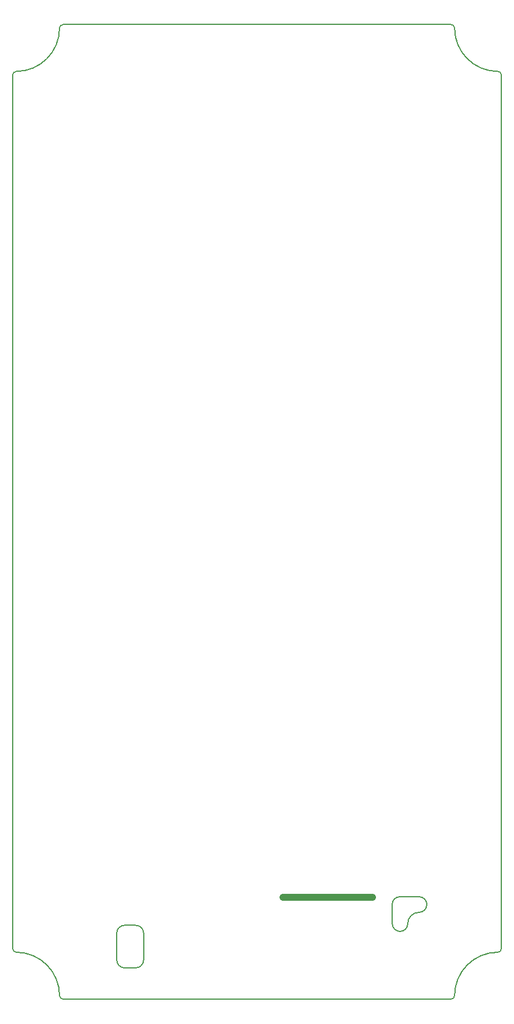
<source format=gbr>
G04 start of page 14 for group -4015 idx -4015 *
G04 Title: (unknown), toppaste *
G04 Creator: pcb 20091103 *
G04 CreationDate: Sun Dec 17 12:14:22 2023 UTC *
G04 For: bh *
G04 Format: Gerber/RS-274X *
G04 PCB-Dimensions: 380000 700000 *
G04 PCB-Coordinate-Origin: lower left *
%MOIN*%
%FSLAX25Y25*%
%LNTOPPASTE*%
%ADD13C,0.0400*%
%ADD37C,0.0060*%
G54D13*X230000Y152500D02*X178500D01*
G54D37*X246000Y153000D02*X257000D01*
X241500Y148500D02*Y137500D01*
X22500Y123000D02*Y626500D01*
X304500D02*Y123000D01*
X51500Y94000D02*X275500D01*
X87000Y136500D02*X93500D01*
X98000Y132000D02*Y116500D01*
X87000Y112000D02*X93500D01*
X82500Y132000D02*Y116500D01*
X51500Y655500D02*X275500D01*
X277500Y96000D02*G75*G02X302500Y121000I25000J0D01*G01*
X275500Y94000D02*G75*G03X277500Y96000I0J2000D01*G01*
X302500Y121000D02*G75*G03X304500Y123000I0J2000D01*G01*
X302500Y628500D02*G75*G02X277500Y653500I0J25000D01*G01*
G75*G03X275500Y655500I-2000J0D01*G01*
X304500Y626500D02*G75*G03X302500Y628500I-2000J0D01*G01*
X49500Y96000D02*G75*G03X51500Y94000I2000J0D01*G01*
X49500Y653500D02*G75*G02X24500Y628500I-25000J0D01*G01*
Y121000D02*G75*G02X49500Y96000I0J-25000D01*G01*
X51500Y655500D02*G75*G03X49500Y653500I0J-2000D01*G01*
X24500Y628500D02*G75*G03X22500Y626500I0J-2000D01*G01*
X241500Y148500D02*G75*G02X246000Y153000I4500J0D01*G01*
Y133000D02*G75*G02X241500Y137500I0J4500D01*G01*
X250500D02*G75*G02X246000Y133000I-4500J0D01*G01*
X257000Y153000D02*G75*G02X261500Y148500I0J-4500D01*G01*
G75*G02X257000Y144000I-4500J0D01*G01*
G75*G03X250500Y137500I0J-6500D01*G01*
X93500Y136500D02*G75*G02X98000Y132000I0J-4500D01*G01*
X82500D02*G75*G02X87000Y136500I4500J0D01*G01*
Y112000D02*G75*G02X82500Y116500I0J4500D01*G01*
X22500Y123000D02*G75*G03X24500Y121000I2000J0D01*G01*
X98000Y116500D02*G75*G02X93500Y112000I-4500J0D01*G01*
M02*

</source>
